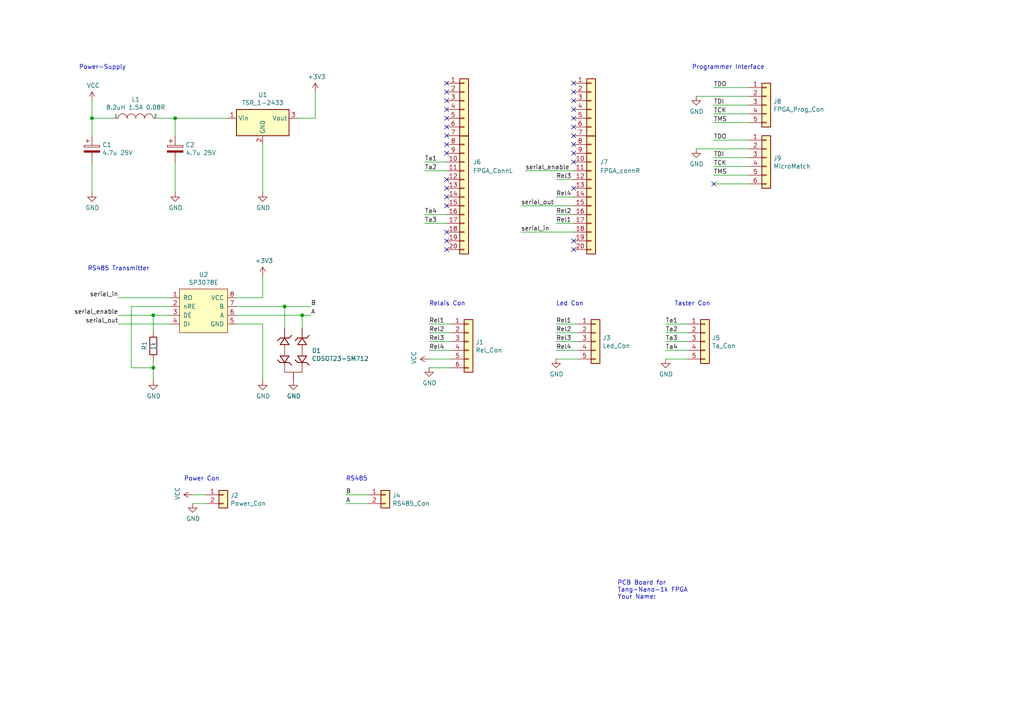
<source format=kicad_sch>
(kicad_sch (version 20211123) (generator eeschema)
  (paper "A4")
  (lib_symbols
    (symbol "CDSOT23-SM712:CDSOT23-SM712" (pin_numbers hide) (pin_names (offset 1.016) hide)
      (property "Reference" "D" (at 5.08 2.54 0))
      (property "Value" "CDSOT23-SM712" (at 5.08 0 0))
      (symbol "CDSOT23-SM712_0_0"
        (polyline (pts (xy -4.572 -1.524) (xy -3.81 -2.286)) (stroke (width 0.254)))
        (polyline (pts (xy -3.81 -2.286) (xy -2.54 -2.286)) (stroke (width 0.254)))
        (polyline (pts (xy -3.81 -0.381) (xy -2.54 -2.286)) (stroke (width 0.254)))
        (polyline (pts (xy -3.81 2.921) (xy -2.54 4.826)) (stroke (width 0.254)))
        (polyline (pts (xy -3.81 2.921) (xy -1.27 2.921)) (stroke (width 0.254)))
        (polyline (pts (xy -3.81 4.826) (xy -4.572 4.064)) (stroke (width 0.254)))
        (polyline (pts (xy -3.81 4.826) (xy -2.54 4.826)) (stroke (width 0.254)))
        (polyline (pts (xy -2.54 -5.08) (xy 2.54 -5.08)) (stroke (width 0.1524)))
        (polyline (pts (xy -2.54 -2.286) (xy -2.54 -5.08)) (stroke (width 0.1524)))
        (polyline (pts (xy -2.54 2.794) (xy -2.54 -0.254)) (stroke (width 0.1524)))
        (polyline (pts (xy -2.54 4.826) (xy -2.54 5.08)) (stroke (width 0.1524)))
        (polyline (pts (xy -1.27 -2.286) (xy -2.54 -2.286)) (stroke (width 0.254)))
        (polyline (pts (xy -1.27 -2.286) (xy -0.508 -3.048)) (stroke (width 0.254)))
        (polyline (pts (xy -1.27 -0.381) (xy -3.81 -0.381)) (stroke (width 0.254)))
        (polyline (pts (xy -1.27 -0.381) (xy -2.54 -2.286)) (stroke (width 0.254)))
        (polyline (pts (xy -1.27 2.921) (xy -2.54 4.826)) (stroke (width 0.254)))
        (polyline (pts (xy -1.27 4.826) (xy -2.54 4.826)) (stroke (width 0.254)))
        (polyline (pts (xy -0.508 5.588) (xy -1.27 4.826)) (stroke (width 0.254)))
        (polyline (pts (xy 0.508 -1.524) (xy 1.27 -2.286)) (stroke (width 0.254)))
        (polyline (pts (xy 1.27 -2.286) (xy 2.54 -2.286)) (stroke (width 0.254)))
        (polyline (pts (xy 1.27 -0.381) (xy 2.54 -2.286)) (stroke (width 0.254)))
        (polyline (pts (xy 1.27 2.921) (xy 2.54 4.826)) (stroke (width 0.254)))
        (polyline (pts (xy 1.27 2.921) (xy 3.81 2.921)) (stroke (width 0.254)))
        (polyline (pts (xy 1.27 4.826) (xy 0.508 4.064)) (stroke (width 0.254)))
        (polyline (pts (xy 1.27 4.826) (xy 2.54 4.826)) (stroke (width 0.254)))
        (polyline (pts (xy 2.54 -2.286) (xy 2.54 -5.08)) (stroke (width 0.1524)))
        (polyline (pts (xy 2.54 2.794) (xy 2.54 -0.254)) (stroke (width 0.1524)))
        (polyline (pts (xy 2.54 4.826) (xy 2.54 5.08)) (stroke (width 0.1524)))
        (polyline (pts (xy 3.81 -2.286) (xy 2.54 -2.286)) (stroke (width 0.254)))
        (polyline (pts (xy 3.81 -2.286) (xy 4.572 -3.048)) (stroke (width 0.254)))
        (polyline (pts (xy 3.81 -0.381) (xy 1.27 -0.381)) (stroke (width 0.254)))
        (polyline (pts (xy 3.81 -0.381) (xy 2.54 -2.286)) (stroke (width 0.254)))
        (polyline (pts (xy 3.81 2.921) (xy 2.54 4.826)) (stroke (width 0.254)))
        (polyline (pts (xy 3.81 4.826) (xy 2.54 4.826)) (stroke (width 0.254)))
        (polyline (pts (xy 4.572 5.588) (xy 3.81 4.826)) (stroke (width 0.254)))
        (pin passive line (at -2.54 7.62 270) (length 2.54) (name "IO1") (number "1"))
        (pin passive line (at 2.54 7.62 270) (length 2.54) (name "IO2") (number "2"))
        (pin passive line (at 0 -7.62 90) (length 2.54) (name "GND") (number "3"))
      )
    )
    (symbol "Connector_Generic:Conn_01x02" (pin_names (offset 1.016) hide)
      (property "Reference" "J" (at 0 2.54 0))
      (property "Value" "Conn_01x02" (at 0 -5.08 0))
      (symbol "Conn_01x02_1_1"
        (rectangle (start -1.27 -2.413) (end 0 -2.667) (stroke (width 0.1524)))
        (rectangle (start -1.27 0.127) (end 0 -0.127) (stroke (width 0.1524)))
        (rectangle (start -1.27 1.27) (end 1.27 -3.81) (stroke (width 0.254)) (fill (type background)))
        (pin passive line (at -5.08 0 0) (length 3.81) (name "Pin_1") (number "1"))
        (pin passive line (at -5.08 -2.54 0) (length 3.81) (name "Pin_2") (number "2"))
      )
    )
    (symbol "Connector_Generic:Conn_01x05" (pin_names (offset 1.016) hide)
      (property "Reference" "J" (at 0 7.62 0))
      (property "Value" "Conn_01x05" (at 0 -7.62 0))
      (symbol "Conn_01x05_1_1"
        (rectangle (start -1.27 -4.953) (end 0 -5.207) (stroke (width 0.1524)))
        (rectangle (start -1.27 -2.413) (end 0 -2.667) (stroke (width 0.1524)))
        (rectangle (start -1.27 0.127) (end 0 -0.127) (stroke (width 0.1524)))
        (rectangle (start -1.27 2.667) (end 0 2.413) (stroke (width 0.1524)))
        (rectangle (start -1.27 5.207) (end 0 4.953) (stroke (width 0.1524)))
        (rectangle (start -1.27 6.35) (end 1.27 -6.35) (stroke (width 0.254)) (fill (type background)))
        (pin passive line (at -5.08 5.08 0) (length 3.81) (name "Pin_1") (number "1"))
        (pin passive line (at -5.08 2.54 0) (length 3.81) (name "Pin_2") (number "2"))
        (pin passive line (at -5.08 0 0) (length 3.81) (name "Pin_3") (number "3"))
        (pin passive line (at -5.08 -2.54 0) (length 3.81) (name "Pin_4") (number "4"))
        (pin passive line (at -5.08 -5.08 0) (length 3.81) (name "Pin_5") (number "5"))
      )
    )
    (symbol "Connector_Generic:Conn_01x06" (pin_names (offset 1.016) hide)
      (property "Reference" "J" (at 0 7.62 0))
      (property "Value" "Conn_01x06" (at 0 -10.16 0))
      (symbol "Conn_01x06_1_1"
        (rectangle (start -1.27 -7.493) (end 0 -7.747) (stroke (width 0.1524)))
        (rectangle (start -1.27 -4.953) (end 0 -5.207) (stroke (width 0.1524)))
        (rectangle (start -1.27 -2.413) (end 0 -2.667) (stroke (width 0.1524)))
        (rectangle (start -1.27 0.127) (end 0 -0.127) (stroke (width 0.1524)))
        (rectangle (start -1.27 2.667) (end 0 2.413) (stroke (width 0.1524)))
        (rectangle (start -1.27 5.207) (end 0 4.953) (stroke (width 0.1524)))
        (rectangle (start -1.27 6.35) (end 1.27 -8.89) (stroke (width 0.254)) (fill (type background)))
        (pin passive line (at -5.08 5.08 0) (length 3.81) (name "Pin_1") (number "1"))
        (pin passive line (at -5.08 2.54 0) (length 3.81) (name "Pin_2") (number "2"))
        (pin passive line (at -5.08 0 0) (length 3.81) (name "Pin_3") (number "3"))
        (pin passive line (at -5.08 -2.54 0) (length 3.81) (name "Pin_4") (number "4"))
        (pin passive line (at -5.08 -5.08 0) (length 3.81) (name "Pin_5") (number "5"))
        (pin passive line (at -5.08 -7.62 0) (length 3.81) (name "Pin_6") (number "6"))
      )
    )
    (symbol "Connector_Generic:Conn_01x20" (pin_names (offset 1.016) hide)
      (property "Reference" "J?" (at 2.54 0.0001 0))
      (property "Value" "Conn_01x20" (at 2.54 -2.5399 0))
      (symbol "Conn_01x20_1_1"
        (rectangle (start -1.27 -25.273) (end 0 -25.527) (stroke (width 0.1524)))
        (rectangle (start -1.27 -22.733) (end 0 -22.987) (stroke (width 0.1524)))
        (rectangle (start -1.27 -20.193) (end 0 -20.447) (stroke (width 0.1524)))
        (rectangle (start -1.27 -17.653) (end 0 -17.907) (stroke (width 0.1524)))
        (rectangle (start -1.27 -15.113) (end 0 -15.367) (stroke (width 0.1524)))
        (rectangle (start -1.27 -12.573) (end 0 -12.827) (stroke (width 0.1524)))
        (rectangle (start -1.27 -10.033) (end 0 -10.287) (stroke (width 0.1524)))
        (rectangle (start -1.27 -7.493) (end 0 -7.747) (stroke (width 0.1524)))
        (rectangle (start -1.27 -4.953) (end 0 -5.207) (stroke (width 0.1524)))
        (rectangle (start -1.27 -2.413) (end 0 -2.667) (stroke (width 0.1524)))
        (rectangle (start -1.27 0.127) (end 0 -0.127) (stroke (width 0.1524)))
        (rectangle (start -1.27 2.667) (end 0 2.413) (stroke (width 0.1524)))
        (rectangle (start -1.27 5.207) (end 0 4.953) (stroke (width 0.1524)))
        (rectangle (start -1.27 7.62) (end 1.27 7.493) (stroke (width 0.1524)))
        (rectangle (start -1.27 10.287) (end 0 10.033) (stroke (width 0.1524)))
        (rectangle (start -1.27 12.827) (end 0 12.573) (stroke (width 0.1524)))
        (rectangle (start -1.27 15.367) (end 0 15.113) (stroke (width 0.1524)))
        (rectangle (start -1.27 17.907) (end 0 17.653) (stroke (width 0.1524)))
        (rectangle (start -1.27 20.447) (end 0 20.193) (stroke (width 0.1524)))
        (rectangle (start -1.27 22.987) (end 0 22.733) (stroke (width 0.1524)))
        (rectangle (start -1.27 24.13) (end 1.27 -26.67) (stroke (width 0.254)) (fill (type background)))
        (pin passive line (at -5.08 22.86 0) (length 3.81) (name "Pin_1") (number "1"))
        (pin passive line (at -5.08 0 0) (length 3.81) (name "Pin_10") (number "10"))
        (pin passive line (at -5.08 -2.54 0) (length 3.81) (name "Pin_11") (number "11"))
        (pin passive line (at -5.08 -5.08 0) (length 3.81) (name "Pin_12") (number "12"))
        (pin passive line (at -5.08 -7.62 0) (length 3.81) (name "Pin_13") (number "13"))
        (pin passive line (at -5.08 -10.16 0) (length 3.81) (name "Pin_14") (number "14"))
        (pin passive line (at -5.08 -12.7 0) (length 3.81) (name "Pin_15") (number "15"))
        (pin passive line (at -5.08 -15.24 0) (length 3.81) (name "Pin_16") (number "16"))
        (pin passive line (at -5.08 -17.78 0) (length 3.81) (name "Pin_17") (number "17"))
        (pin passive line (at -5.08 -20.32 0) (length 3.81) (name "Pin_18") (number "18"))
        (pin passive line (at -5.08 -22.86 0) (length 3.81) (name "Pin_19") (number "19"))
        (pin passive line (at -5.08 20.32 0) (length 3.81) (name "Pin_2") (number "2"))
        (pin passive line (at -5.08 -25.4 0) (length 3.81) (name "Pin_20") (number "20"))
        (pin passive line (at -5.08 17.78 0) (length 3.81) (name "Pin_3") (number "3"))
        (pin passive line (at -5.08 15.24 0) (length 3.81) (name "Pin_4") (number "4"))
        (pin passive line (at -5.08 12.7 0) (length 3.81) (name "Pin_5") (number "5"))
        (pin passive line (at -5.08 10.16 0) (length 3.81) (name "Pin_6") (number "6"))
        (pin passive line (at -5.08 7.62 0) (length 3.81) (name "Pin_7") (number "7"))
        (pin passive line (at -5.08 5.08 0) (length 3.81) (name "Pin_8") (number "8"))
        (pin passive line (at -5.08 2.54 0) (length 3.81) (name "Pin_9") (number "9"))
      )
    )
    (symbol "Device:CP" (pin_numbers hide) (pin_names (offset 0.254))
      (property "Reference" "C" (at 0.635 2.54 0))
      (property "Value" "Device_CP" (at 0.635 -2.54 0))
      (symbol "CP_0_1"
        (rectangle (start -2.286 0.508) (end 2.286 1.016))
        (polyline (pts (xy -1.778 2.286) (xy -0.762 2.286)))
        (polyline (pts (xy -1.27 2.794) (xy -1.27 1.778)))
        (rectangle (start 2.286 -0.508) (end -2.286 -1.016) (fill (type outline)))
      )
      (symbol "CP_1_1"
        (pin passive line (at 0 3.81 270) (length 2.794) (name "~") (number "1"))
        (pin passive line (at 0 -3.81 90) (length 2.794) (name "~") (number "2"))
      )
    )
    (symbol "Device:R" (pin_numbers hide) (pin_names (offset 0))
      (property "Reference" "R" (at 2.032 0 90))
      (property "Value" "R" (at 0 0 90))
      (symbol "R_0_1"
        (rectangle (start -1.016 -2.54) (end 1.016 2.54) (stroke (width 0.254)))
      )
      (symbol "R_1_1"
        (pin passive line (at 0 3.81 270) (length 1.27) (name "~") (number "1"))
        (pin passive line (at 0 -3.81 90) (length 1.27) (name "~") (number "2"))
      )
    )
    (symbol "Regulator_Switching:TSR_1-2433"
      (property "Reference" "U" (at -7.62 6.35 0))
      (property "Value" "TSR_1-2433" (at -1.27 6.35 0))
      (symbol "TSR_1-2433_0_1"
        (rectangle (start -7.62 5.08) (end 7.62 -2.54) (stroke (width 0.254)) (fill (type background)))
      )
      (symbol "TSR_1-2433_1_1"
        (pin power_in line (at -10.16 2.54 0) (length 2.54) (name "Vin") (number "1"))
        (pin power_in line (at 0 -5.08 90) (length 2.54) (name "GND") (number "2"))
        (pin power_out line (at 10.16 2.54 180) (length 2.54) (name "Vout") (number "3"))
      )
    )
    (symbol "power:+3.3V" (power) (pin_names (offset 0))
      (property "Value" "+3.3V" (at 0 3.556 0))
      (symbol "+3.3V_0_1"
        (polyline (pts (xy -0.762 1.27) (xy 0 2.54)))
        (polyline (pts (xy 0 0) (xy 0 2.54)))
        (polyline (pts (xy 0 2.54) (xy 0.762 1.27)))
      )
      (symbol "+3.3V_1_1"
        (pin power_in line (at 0 0 90) (length 0) hide (name "+3V3") (number "1"))
      )
    )
    (symbol "power:GND" (power) (pin_names (offset 0))
      (property "Value" "GND" (at 0 -3.81 0))
      (symbol "GND_0_1"
        (polyline (pts (xy 0 0) (xy 0 -1.27) (xy 1.27 -1.27) (xy 0 -2.54) (xy -1.27 -1.27) (xy 0 -1.27)))
      )
      (symbol "GND_1_1"
        (pin power_in line (at 0 0 270) (length 0) hide (name "GND") (number "1"))
      )
    )
    (symbol "power:VCC" (power) (pin_names (offset 0))
      (property "Value" "VCC" (at 0 3.81 0))
      (symbol "VCC_0_1"
        (polyline (pts (xy -0.762 1.27) (xy 0 2.54)))
        (polyline (pts (xy 0 0) (xy 0 2.54)))
        (polyline (pts (xy 0 2.54) (xy 0.762 1.27)))
      )
      (symbol "VCC_1_1"
        (pin power_in line (at 0 0 90) (length 0) hide (name "VCC") (number "1"))
      )
    )
    (symbol "pspice:INDUCTOR" (pin_numbers hide) (pin_names (offset 0))
      (property "Reference" "L" (at 0 2.54 0))
      (property "Value" "INDUCTOR" (at 0 -1.27 0))
      (symbol "INDUCTOR_0_1"
        (arc (start -2.54 0) (mid -3.81 1.27) (end -5.08 0))
        (arc (start 0 0) (mid -1.27 1.27) (end -2.54 0))
        (arc (start 2.54 0) (mid 1.27 1.27) (end 0 0))
        (arc (start 5.08 0) (mid 3.81 1.27) (end 2.54 0))
      )
      (symbol "INDUCTOR_1_1"
        (pin input line (at -6.35 0 0) (length 1.27) (name "1") (number "1"))
        (pin input line (at 6.35 0 180) (length 1.27) (name "2") (number "2"))
      )
    )
    (symbol "tinyFPGA:SP3078E" (pin_names (offset 1.016))
      (property "Reference" "U" (at 0 2.54 0))
      (property "Value" "tinyFPGA_SP3078E" (at 0 0 0))
      (symbol "SP3078E_0_1"
        (rectangle (start -7.62 -1.27) (end 6.35 -13.97) (fill (type background)))
      )
      (symbol "SP3078E_1_1"
        (pin output line (at -10.16 -3.81 0) (length 2.54) (name "RO") (number "1"))
        (pin input line (at -10.16 -6.35 0) (length 2.54) (name "nRE") (number "2"))
        (pin input line (at -10.16 -8.89 0) (length 2.54) (name "DE") (number "3"))
        (pin input line (at -10.16 -11.43 0) (length 2.54) (name "DI") (number "4"))
        (pin input line (at 8.89 -11.43 180) (length 2.54) (name "GND") (number "5"))
        (pin input line (at 8.89 -8.89 180) (length 2.54) (name "A") (number "6"))
        (pin input line (at 8.89 -6.35 180) (length 2.54) (name "B") (number "7"))
        (pin input line (at 8.89 -3.81 180) (length 2.54) (name "VCC") (number "8"))
      )
    )
  )
  (junction (at 82.55 88.9))
  (junction (at 26.67 34.29))
  (junction (at 44.45 106.68))
  (junction (at 50.8 34.29))
  (junction (at 87.63 91.44))
  (junction (at 44.45 91.44))
  (no_connect (at 166.37 31.75))
  (no_connect (at 166.37 46.99))
  (no_connect (at 129.54 36.83))
  (no_connect (at 207.01 53.34))
  (no_connect (at 129.54 69.85))
  (no_connect (at 129.54 26.67))
  (no_connect (at 129.54 54.61))
  (no_connect (at 166.37 34.29))
  (no_connect (at 166.37 39.37))
  (no_connect (at 166.37 36.83))
  (no_connect (at 166.37 69.85))
  (no_connect (at 129.54 59.69))
  (no_connect (at 166.37 41.91))
  (no_connect (at 129.54 52.07))
  (no_connect (at 129.54 41.91))
  (no_connect (at 129.54 34.29))
  (no_connect (at 166.37 24.13))
  (no_connect (at 166.37 44.45))
  (no_connect (at 129.54 39.37))
  (no_connect (at 129.54 29.21))
  (no_connect (at 166.37 29.21))
  (no_connect (at 129.54 67.31))
  (no_connect (at 129.54 72.39))
  (no_connect (at 129.54 57.15))
  (no_connect (at 129.54 31.75))
  (no_connect (at 166.37 54.61))
  (no_connect (at 129.54 44.45))
  (no_connect (at 166.37 26.67))
  (no_connect (at 166.37 72.39))
  (no_connect (at 129.54 24.13))
  (wire (pts (xy 207.01 53.34) (xy 217.17 53.34)))
  (wire (pts (xy 207.01 50.8) (xy 217.17 50.8)))
  (wire (pts (xy 161.29 96.52) (xy 167.64 96.52)))
  (wire (pts (xy 207.01 45.72) (xy 217.17 45.72)))
  (wire (pts (xy 161.29 101.6) (xy 167.64 101.6)))
  (wire (pts (xy 68.58 86.36) (xy 76.2 86.36)))
  (wire (pts (xy 76.2 93.98) (xy 76.2 110.49)))
  (wire (pts (xy 45.72 34.29) (xy 50.8 34.29)))
  (wire (pts (xy 124.46 96.52) (xy 130.81 96.52)))
  (wire (pts (xy 124.46 99.06) (xy 130.81 99.06)))
  (wire (pts (xy 26.67 39.37) (xy 26.67 34.29)))
  (wire (pts (xy 50.8 34.29) (xy 50.8 39.37)))
  (wire (pts (xy 34.29 86.36) (xy 49.53 86.36)))
  (wire (pts (xy 151.13 67.31) (xy 166.37 67.31)))
  (wire (pts (xy 50.8 46.99) (xy 50.8 55.88)))
  (wire (pts (xy 38.1 88.9) (xy 38.1 106.68)))
  (wire (pts (xy 161.29 64.77) (xy 166.37 64.77)))
  (wire (pts (xy 34.29 93.98) (xy 49.53 93.98)))
  (wire (pts (xy 193.04 101.6) (xy 199.39 101.6)))
  (wire (pts (xy 82.55 88.9) (xy 90.17 88.9)))
  (wire (pts (xy 130.81 101.6) (xy 124.46 101.6)))
  (wire (pts (xy 207.01 25.4) (xy 217.17 25.4)))
  (wire (pts (xy 76.2 86.36) (xy 76.2 80.01)))
  (wire (pts (xy 207.01 33.02) (xy 217.17 33.02)))
  (wire (pts (xy 123.19 64.77) (xy 129.54 64.77)))
  (wire (pts (xy 44.45 106.68) (xy 44.45 110.49)))
  (wire (pts (xy 207.01 40.64) (xy 217.17 40.64)))
  (wire (pts (xy 124.46 106.68) (xy 130.81 106.68)))
  (wire (pts (xy 49.53 91.44) (xy 44.45 91.44)))
  (wire (pts (xy 161.29 57.15) (xy 166.37 57.15)))
  (wire (pts (xy 82.55 95.25) (xy 82.55 88.9)))
  (wire (pts (xy 87.63 95.25) (xy 87.63 91.44)))
  (wire (pts (xy 26.67 46.99) (xy 26.67 55.88)))
  (wire (pts (xy 193.04 93.98) (xy 199.39 93.98)))
  (wire (pts (xy 91.44 34.29) (xy 91.44 26.67)))
  (wire (pts (xy 100.33 146.05) (xy 106.68 146.05)))
  (wire (pts (xy 26.67 29.21) (xy 26.67 34.29)))
  (wire (pts (xy 38.1 106.68) (xy 44.45 106.68)))
  (wire (pts (xy 100.33 143.51) (xy 106.68 143.51)))
  (wire (pts (xy 152.4 49.53) (xy 166.37 49.53)))
  (wire (pts (xy 161.29 93.98) (xy 167.64 93.98)))
  (wire (pts (xy 76.2 41.91) (xy 76.2 55.88)))
  (wire (pts (xy 124.46 93.98) (xy 130.81 93.98)))
  (wire (pts (xy 55.88 146.05) (xy 59.69 146.05)))
  (wire (pts (xy 68.58 88.9) (xy 82.55 88.9)))
  (wire (pts (xy 86.36 34.29) (xy 91.44 34.29)))
  (wire (pts (xy 207.01 35.56) (xy 217.17 35.56)))
  (wire (pts (xy 193.04 96.52) (xy 199.39 96.52)))
  (wire (pts (xy 87.63 91.44) (xy 90.17 91.44)))
  (wire (pts (xy 124.46 104.14) (xy 130.81 104.14)))
  (wire (pts (xy 161.29 99.06) (xy 167.64 99.06)))
  (wire (pts (xy 68.58 93.98) (xy 76.2 93.98)))
  (wire (pts (xy 123.19 46.99) (xy 129.54 46.99)))
  (wire (pts (xy 44.45 104.14) (xy 44.45 106.68)))
  (wire (pts (xy 193.04 99.06) (xy 199.39 99.06)))
  (wire (pts (xy 161.29 52.07) (xy 166.37 52.07)))
  (wire (pts (xy 161.29 62.23) (xy 166.37 62.23)))
  (wire (pts (xy 49.53 88.9) (xy 38.1 88.9)))
  (wire (pts (xy 207.01 30.48) (xy 217.17 30.48)))
  (wire (pts (xy 207.01 48.26) (xy 217.17 48.26)))
  (wire (pts (xy 123.19 62.23) (xy 129.54 62.23)))
  (wire (pts (xy 193.04 104.14) (xy 199.39 104.14)))
  (wire (pts (xy 34.29 91.44) (xy 44.45 91.44)))
  (wire (pts (xy 50.8 34.29) (xy 66.04 34.29)))
  (wire (pts (xy 151.13 59.69) (xy 166.37 59.69)))
  (wire (pts (xy 201.93 43.18) (xy 217.17 43.18)))
  (wire (pts (xy 161.29 104.14) (xy 167.64 104.14)))
  (wire (pts (xy 44.45 91.44) (xy 44.45 96.52)))
  (wire (pts (xy 55.88 143.51) (xy 59.69 143.51)))
  (wire (pts (xy 26.67 34.29) (xy 33.02 34.29)))
  (wire (pts (xy 123.19 49.53) (xy 129.54 49.53)))
  (wire (pts (xy 201.93 27.94) (xy 217.17 27.94)))
  (wire (pts (xy 68.58 91.44) (xy 87.63 91.44)))
  (text "Programmer Interface" (at 200.66 20.32 0) (effects (font (size 1.27 1.27)) (justify left bottom)))
  (text "Led Con" (at 161.29 88.9 0) (effects (font (size 1.27 1.27)) (justify left bottom)))
  (text "Relais Con" (at 124.46 88.9 0) (effects (font (size 1.27 1.27)) (justify left bottom)))
  (text "PCB Board for \nTang-Nano-1k FPGA \nYour Name:" (at 179.07 173.99 0) (effects (font (size 1.27 1.27)) (justify left bottom)))
  (text "Power Con" (at 53.34 139.7 0) (effects (font (size 1.27 1.27)) (justify left bottom)))
  (text "RS485" (at 100.33 139.7 0) (effects (font (size 1.27 1.27)) (justify left bottom)))
  (text "RS485 Transmitter" (at 25.4 78.74 0) (effects (font (size 1.27 1.27)) (justify left bottom)))
  (text "Power-Supply" (at 22.86 20.32 0) (effects (font (size 1.27 1.27)) (justify left bottom)))
  (text "Taster Con" (at 195.58 88.9 0) (effects (font (size 1.27 1.27)) (justify left bottom)))
  (label "A" (at 90.17 91.44 0))
  (label "Rel1" (at 161.29 64.77 0))
  (label "B" (at 100.33 143.51 0))
  (label "TDO" (at 207.01 25.4 0))
  (label "Rel4" (at 124.46 101.6 0))
  (label "Ta3" (at 123.19 64.77 0))
  (label "TDI" (at 207.01 30.48 0))
  (label "B" (at 90.17 88.9 0))
  (label "Rel4" (at 161.29 57.15 0))
  (label "Ta1" (at 193.04 93.98 0))
  (label "serial_out" (at 151.13 59.69 0))
  (label "TCK" (at 207.01 33.02 0))
  (label "Ta2" (at 123.19 49.53 0))
  (label "Rel4" (at 161.29 101.6 0))
  (label "Rel1" (at 124.46 93.98 0))
  (label "Rel2" (at 161.29 96.52 0))
  (label "Rel2" (at 161.29 62.23 0))
  (label "Ta4" (at 123.19 62.23 0))
  (label "Rel3" (at 161.29 52.07 0))
  (label "Rel3" (at 124.46 99.06 0))
  (label "Ta3" (at 193.04 99.06 0))
  (label "TMS" (at 207.01 50.8 0))
  (label "Rel2" (at 124.46 96.52 0))
  (label "serial_enable" (at 34.29 91.44 180))
  (label "TDI" (at 207.01 45.72 0))
  (label "A" (at 100.33 146.05 0))
  (label "serial_in" (at 151.13 67.31 0))
  (label "TMS" (at 207.01 35.56 0))
  (label "TDO" (at 207.01 40.64 0))
  (label "Ta2" (at 193.04 96.52 0))
  (label "Rel3" (at 161.29 99.06 0))
  (label "Rel1" (at 161.29 93.98 0))
  (label "Ta1" (at 123.19 46.99 0))
  (label "serial_in" (at 34.29 86.36 180))
  (label "serial_enable" (at 152.4 49.53 0))
  (label "Ta4" (at 193.04 101.6 0))
  (label "TCK" (at 207.01 48.26 0))
  (label "serial_out" (at 34.29 93.98 180))
  (symbol (lib_id "tinyFPGA:SP3078E") (at 59.69 82.55 0) (unit 1)
    (property "Reference" "U2" (at 59.055 79.629 0))
    (property "Value" "SP3078E" (at 59.055 81.9404 0))
    (property "Footprint" "traeger-lib:SOIC127P600X175-8N" (effects hide))
  )
  (symbol (lib_id "Device:R") (at 44.45 100.33 0) (unit 1)
    (property "Reference" "R1" (at 41.91 101.6 90) (effects (justify left)))
    (property "Value" "1k" (at 44.45 101.6 90) (effects (justify left)))
    (property "Footprint" "Resistor_SMD:R_0805_2012Metric" (effects hide))
  )
  (symbol (lib_id "power:GND") (at 44.45 110.49 0) (unit 1)
    (property "Reference" "#PWR0103" (effects hide))
    (property "Value" "GND" (at 44.577 114.8842 0))
  )
  (symbol (lib_id "power:+3.3V") (at 76.2 80.01 0) (unit 1)
    (property "Reference" "#PWR0104" (effects hide))
    (property "Value" "+3.3V" (at 76.581 75.6158 0))
  )
  (symbol (lib_id "power:GND") (at 76.2 110.49 0) (unit 1)
    (property "Reference" "#PWR0105" (effects hide))
    (property "Value" "GND" (at 76.327 114.8842 0))
  )
  (symbol (lib_id "pspice:INDUCTOR") (at 39.37 34.29 0) (unit 1)
    (property "Reference" "L1" (at 39.37 28.829 0))
    (property "Value" "8.2uH 1.5A 0.08R" (at 39.37 31.1404 0))
    (property "Footprint" "Inductor_THT:L_Radial_D8.7mm_P5.00mm_Fastron_07HCP" (effects hide))
  )
  (symbol (lib_id "Device:CP") (at 26.67 43.18 0) (unit 1)
    (property "Reference" "C1" (at 29.6672 42.0116 0) (effects (justify left)))
    (property "Value" "4.7u 25V" (at 29.6672 44.323 0) (effects (justify left)))
    (property "Footprint" "Capacitor_SMD:CP_Elec_5x5.3" (effects hide))
  )
  (symbol (lib_id "power:GND") (at 26.67 55.88 0) (unit 1)
    (property "Reference" "#PWR0101" (effects hide))
    (property "Value" "GND" (at 26.797 60.2742 0))
  )
  (symbol (lib_id "Device:CP") (at 50.8 43.18 0) (unit 1)
    (property "Reference" "C2" (at 53.7972 42.0116 0) (effects (justify left)))
    (property "Value" "4.7u 25V" (at 53.7972 44.323 0) (effects (justify left)))
    (property "Footprint" "Capacitor_SMD:CP_Elec_5x5.3" (effects hide))
  )
  (symbol (lib_id "power:GND") (at 50.8 55.88 0) (unit 1)
    (property "Reference" "#PWR0102" (effects hide))
    (property "Value" "GND" (at 50.927 60.2742 0))
  )
  (symbol (lib_id "power:GND") (at 76.2 55.88 0) (unit 1)
    (property "Reference" "#PWR0106" (effects hide))
    (property "Value" "GND" (at 76.327 60.2742 0))
  )
  (symbol (lib_id "Regulator_Switching:TSR_1-2433") (at 76.2 36.83 0) (unit 1)
    (property "Reference" "U1" (at 76.2 27.5082 0))
    (property "Value" "TSR_1-2433" (at 76.2 29.8196 0))
    (property "Footprint" "Converter_DCDC:Converter_DCDC_TRACO_TSR-1_THT" (effects hide))
    (property "Datasheet" "http://www.tracopower.com/products/tsr1.pdf" (effects hide))
  )
  (symbol (lib_id "power:+3.3V") (at 91.44 26.67 0) (unit 1)
    (property "Reference" "#PWR0107" (effects hide))
    (property "Value" "+3.3V" (at 91.821 22.2758 0))
  )
  (symbol (lib_id "power:VCC") (at 26.67 29.21 0) (unit 1)
    (property "Reference" "#PWR0108" (effects hide))
    (property "Value" "VCC" (at 27.051 24.8158 0))
  )
  (symbol (lib_id "Connector_Generic:Conn_01x06") (at 135.89 99.06 0) (unit 1)
    (property "Reference" "J1" (at 137.922 99.2632 0) (effects (justify left)))
    (property "Value" "Rel_Con" (at 137.922 101.5746 0) (effects (justify left)))
    (property "Footprint" "Connector_PinSocket_2.54mm:PinSocket_1x06_P2.54mm_Vertical" (effects hide))
  )
  (symbol (lib_id "Connector_Generic:Conn_01x05") (at 172.72 99.06 0) (unit 1)
    (property "Reference" "J3" (at 174.752 97.9932 0) (effects (justify left)))
    (property "Value" "Led_Con" (at 174.752 100.3046 0) (effects (justify left)))
    (property "Footprint" "Connector_PinSocket_2.54mm:PinSocket_1x05_P2.54mm_Vertical" (effects hide))
  )
  (symbol (lib_id "Connector_Generic:Conn_01x05") (at 204.47 99.06 0) (unit 1)
    (property "Reference" "J5" (at 206.502 97.9932 0) (effects (justify left)))
    (property "Value" "Ta_Con" (at 206.502 100.3046 0) (effects (justify left)))
    (property "Footprint" "Connector_PinSocket_2.54mm:PinSocket_1x05_P2.54mm_Vertical" (effects hide))
  )
  (symbol (lib_id "Connector_Generic:Conn_01x02") (at 64.77 143.51 0) (unit 1)
    (property "Reference" "J2" (at 66.802 143.7132 0) (effects (justify left)))
    (property "Value" "Power_Con" (at 66.802 146.0246 0) (effects (justify left)))
    (property "Footprint" "TerminalBlock:TerminalBlock_bornier-2_P5.08mm" (effects hide))
  )
  (symbol (lib_id "Connector_Generic:Conn_01x02") (at 111.76 143.51 0) (unit 1)
    (property "Reference" "J4" (at 113.792 143.7132 0) (effects (justify left)))
    (property "Value" "RS485_Con" (at 113.792 146.0246 0) (effects (justify left)))
    (property "Footprint" "traeger-lib:TerminalBlock_bornier-2_P5.08mm" (effects hide))
  )
  (symbol (lib_id "power:VCC") (at 124.46 104.14 90) (unit 1)
    (property "Reference" "#PWR0109" (effects hide))
    (property "Value" "VCC" (at 120.0658 103.759 0))
  )
  (symbol (lib_id "power:GND") (at 124.46 106.68 0) (unit 1)
    (property "Reference" "#PWR0110" (effects hide))
    (property "Value" "GND" (at 124.587 111.0742 0))
  )
  (symbol (lib_id "power:GND") (at 161.29 104.14 0) (unit 1)
    (property "Reference" "#PWR0111" (effects hide))
    (property "Value" "GND" (at 161.417 108.5342 0))
  )
  (symbol (lib_id "power:GND") (at 193.04 104.14 0) (unit 1)
    (property "Reference" "#PWR0112" (effects hide))
    (property "Value" "GND" (at 193.167 108.5342 0))
  )
  (symbol (lib_id "power:VCC") (at 55.88 143.51 90) (unit 1)
    (property "Reference" "#PWR0113" (effects hide))
    (property "Value" "VCC" (at 51.4858 143.129 0))
  )
  (symbol (lib_id "power:GND") (at 55.88 146.05 0) (unit 1)
    (property "Reference" "#PWR0114" (effects hide))
    (property "Value" "GND" (at 56.007 150.4442 0))
  )
  (symbol (lib_id "CDSOT23-SM712:CDSOT23-SM712") (at 85.09 102.87 0) (unit 1)
    (property "Reference" "D1" (at 90.424 101.7016 0) (effects (justify left)))
    (property "Value" "CDSOT23-SM712" (at 90.424 104.013 0) (effects (justify left)))
    (property "Footprint" "traeger-lib:SOT-23-3" (effects hide))
    (property "Datasheet" "SOT-23 Bourns" (effects hide))
    (property "Availability" "Good" (effects hide))
    (property "MP" "CDSOT23-SM712" (effects hide))
    (property "MF" "Bourns" (effects hide))
    (property "Price" "0.85 USD" (effects hide))
    (property "Description" "Diode, Smt Tvs Array, 7vrwm & 12vrwm, Sot23 Package" (effects hide))
  )
  (symbol (lib_id "power:GND") (at 85.09 110.49 0) (unit 1)
    (property "Reference" "#PWR0115" (effects hide))
    (property "Value" "GND" (at 85.217 114.8842 0))
  )
  (symbol (lib_id "Connector_Generic:Conn_01x05") (at 222.25 30.48 0) (unit 1)
    (property "Reference" "J8" (at 224.282 29.4132 0) (effects (justify left)))
    (property "Value" "FPGA_Prog_Con" (at 224.282 31.7246 0) (effects (justify left)))
    (property "Footprint" "Connector_PinSocket_2.54mm:PinSocket_1x05_P2.54mm_Vertical" (effects hide))
  )
  (symbol (lib_id "power:GND") (at 201.93 27.94 0) (unit 1)
    (property "Reference" "#PWR0118" (effects hide))
    (property "Value" "GND" (at 202.057 32.3342 0))
  )
  (symbol (lib_id "Connector_Generic:Conn_01x06") (at 222.25 45.72 0) (unit 1)
    (property "Reference" "J9" (at 224.282 45.9232 0) (effects (justify left)))
    (property "Value" "MicroMatch" (at 224.282 48.2346 0) (effects (justify left)))
    (property "Footprint" "traeger-lib:micromatch_2x3pol" (effects hide))
  )
  (symbol (lib_id "power:GND") (at 201.93 43.18 0) (unit 1)
    (property "Reference" "#PWR0120" (effects hide))
    (property "Value" "GND" (at 202.057 47.5742 0))
  )
  (symbol (lib_id "Connector_Generic:Conn_01x20") (at 171.45 46.99 0) (unit 1)
    (property "Reference" "J7" (at 173.99 46.9899 0) (effects (justify left)))
    (property "Value" "FPGA_connR" (at 173.99 49.5299 0) (effects (justify left)))
    (property "Footprint" "Connector_PinSocket_2.54mm:PinSocket_1x20_P2.54mm_Vertical" (effects hide))
  )
  (symbol (lib_id "Connector_Generic:Conn_01x20") (at 134.62 46.99 0) (unit 1)
    (property "Reference" "J6" (at 137.16 46.9899 0) (effects (justify left)))
    (property "Value" "FPGA_ConnL" (at 137.16 49.5299 0) (effects (justify left)))
    (property "Footprint" "Connector_PinSocket_2.54mm:PinSocket_1x20_P2.54mm_Vertical" (effects hide))
  )
)
</source>
